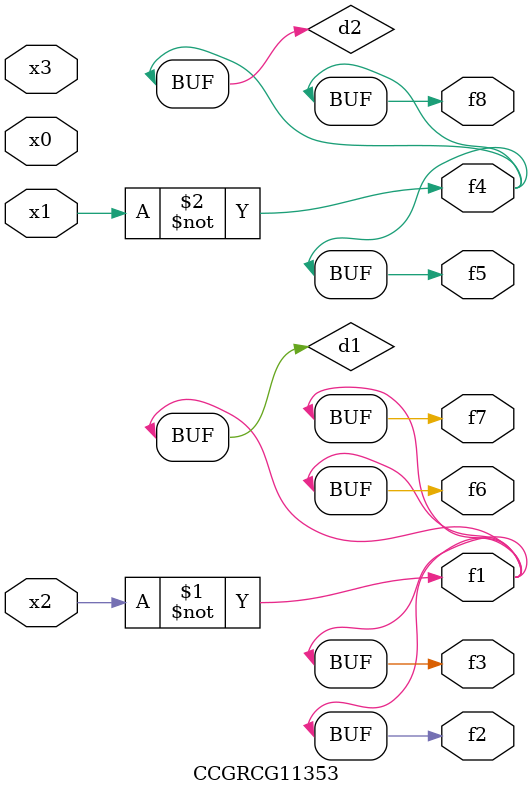
<source format=v>
module CCGRCG11353(
	input x0, x1, x2, x3,
	output f1, f2, f3, f4, f5, f6, f7, f8
);

	wire d1, d2;

	xnor (d1, x2);
	not (d2, x1);
	assign f1 = d1;
	assign f2 = d1;
	assign f3 = d1;
	assign f4 = d2;
	assign f5 = d2;
	assign f6 = d1;
	assign f7 = d1;
	assign f8 = d2;
endmodule

</source>
